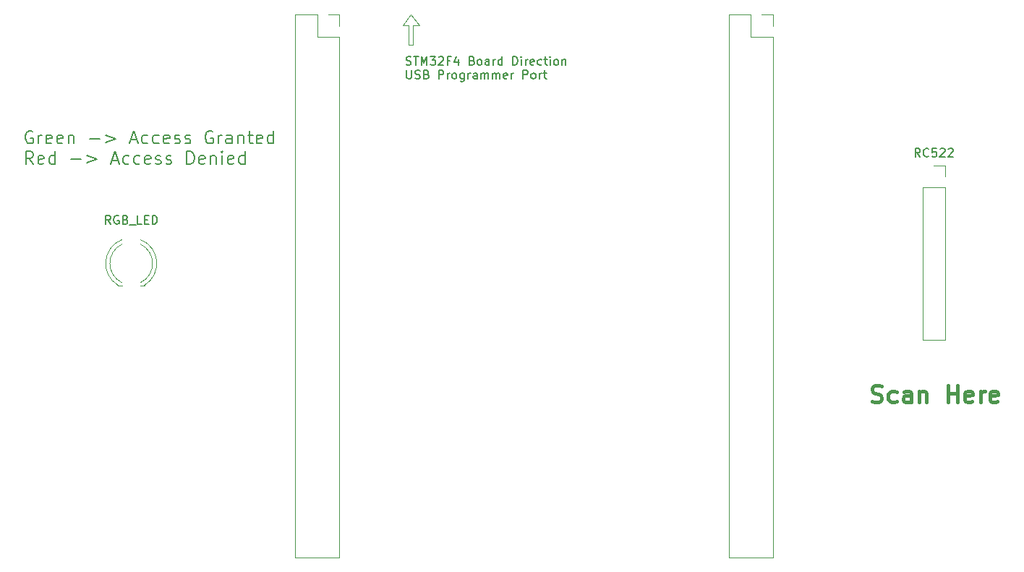
<source format=gbr>
%TF.GenerationSoftware,KiCad,Pcbnew,7.0.2*%
%TF.CreationDate,2023-05-29T15:59:34-06:00*%
%TF.ProjectId,PCB_Design,5043425f-4465-4736-9967-6e2e6b696361,rev?*%
%TF.SameCoordinates,Original*%
%TF.FileFunction,Legend,Top*%
%TF.FilePolarity,Positive*%
%FSLAX46Y46*%
G04 Gerber Fmt 4.6, Leading zero omitted, Abs format (unit mm)*
G04 Created by KiCad (PCBNEW 7.0.2) date 2023-05-29 15:59:34*
%MOMM*%
%LPD*%
G01*
G04 APERTURE LIST*
%ADD10C,0.120000*%
%ADD11C,0.150000*%
%ADD12C,0.400000*%
%ADD13C,0.187500*%
G04 APERTURE END LIST*
D10*
X120134600Y-41970600D02*
X119384600Y-41970600D01*
X121384600Y-41970600D02*
X120384600Y-40720600D01*
X121384600Y-41970600D02*
X120634600Y-41970600D01*
X120134600Y-44220600D02*
X120634600Y-44220600D01*
X120634600Y-44220600D02*
X120634600Y-41970600D01*
X120134600Y-41970600D02*
X120134600Y-44220600D01*
X120384600Y-40720600D02*
X119384600Y-41970600D01*
D11*
X119825076Y-46575600D02*
X119967933Y-46623219D01*
X119967933Y-46623219D02*
X120206028Y-46623219D01*
X120206028Y-46623219D02*
X120301266Y-46575600D01*
X120301266Y-46575600D02*
X120348885Y-46527980D01*
X120348885Y-46527980D02*
X120396504Y-46432742D01*
X120396504Y-46432742D02*
X120396504Y-46337504D01*
X120396504Y-46337504D02*
X120348885Y-46242266D01*
X120348885Y-46242266D02*
X120301266Y-46194647D01*
X120301266Y-46194647D02*
X120206028Y-46147028D01*
X120206028Y-46147028D02*
X120015552Y-46099409D01*
X120015552Y-46099409D02*
X119920314Y-46051790D01*
X119920314Y-46051790D02*
X119872695Y-46004171D01*
X119872695Y-46004171D02*
X119825076Y-45908933D01*
X119825076Y-45908933D02*
X119825076Y-45813695D01*
X119825076Y-45813695D02*
X119872695Y-45718457D01*
X119872695Y-45718457D02*
X119920314Y-45670838D01*
X119920314Y-45670838D02*
X120015552Y-45623219D01*
X120015552Y-45623219D02*
X120253647Y-45623219D01*
X120253647Y-45623219D02*
X120396504Y-45670838D01*
X120682219Y-45623219D02*
X121253647Y-45623219D01*
X120967933Y-46623219D02*
X120967933Y-45623219D01*
X121586981Y-46623219D02*
X121586981Y-45623219D01*
X121586981Y-45623219D02*
X121920314Y-46337504D01*
X121920314Y-46337504D02*
X122253647Y-45623219D01*
X122253647Y-45623219D02*
X122253647Y-46623219D01*
X122634600Y-45623219D02*
X123253647Y-45623219D01*
X123253647Y-45623219D02*
X122920314Y-46004171D01*
X122920314Y-46004171D02*
X123063171Y-46004171D01*
X123063171Y-46004171D02*
X123158409Y-46051790D01*
X123158409Y-46051790D02*
X123206028Y-46099409D01*
X123206028Y-46099409D02*
X123253647Y-46194647D01*
X123253647Y-46194647D02*
X123253647Y-46432742D01*
X123253647Y-46432742D02*
X123206028Y-46527980D01*
X123206028Y-46527980D02*
X123158409Y-46575600D01*
X123158409Y-46575600D02*
X123063171Y-46623219D01*
X123063171Y-46623219D02*
X122777457Y-46623219D01*
X122777457Y-46623219D02*
X122682219Y-46575600D01*
X122682219Y-46575600D02*
X122634600Y-46527980D01*
X123634600Y-45718457D02*
X123682219Y-45670838D01*
X123682219Y-45670838D02*
X123777457Y-45623219D01*
X123777457Y-45623219D02*
X124015552Y-45623219D01*
X124015552Y-45623219D02*
X124110790Y-45670838D01*
X124110790Y-45670838D02*
X124158409Y-45718457D01*
X124158409Y-45718457D02*
X124206028Y-45813695D01*
X124206028Y-45813695D02*
X124206028Y-45908933D01*
X124206028Y-45908933D02*
X124158409Y-46051790D01*
X124158409Y-46051790D02*
X123586981Y-46623219D01*
X123586981Y-46623219D02*
X124206028Y-46623219D01*
X124967933Y-46099409D02*
X124634600Y-46099409D01*
X124634600Y-46623219D02*
X124634600Y-45623219D01*
X124634600Y-45623219D02*
X125110790Y-45623219D01*
X125920314Y-45956552D02*
X125920314Y-46623219D01*
X125682219Y-45575600D02*
X125444124Y-46289885D01*
X125444124Y-46289885D02*
X126063171Y-46289885D01*
X127539362Y-46099409D02*
X127682219Y-46147028D01*
X127682219Y-46147028D02*
X127729838Y-46194647D01*
X127729838Y-46194647D02*
X127777457Y-46289885D01*
X127777457Y-46289885D02*
X127777457Y-46432742D01*
X127777457Y-46432742D02*
X127729838Y-46527980D01*
X127729838Y-46527980D02*
X127682219Y-46575600D01*
X127682219Y-46575600D02*
X127586981Y-46623219D01*
X127586981Y-46623219D02*
X127206029Y-46623219D01*
X127206029Y-46623219D02*
X127206029Y-45623219D01*
X127206029Y-45623219D02*
X127539362Y-45623219D01*
X127539362Y-45623219D02*
X127634600Y-45670838D01*
X127634600Y-45670838D02*
X127682219Y-45718457D01*
X127682219Y-45718457D02*
X127729838Y-45813695D01*
X127729838Y-45813695D02*
X127729838Y-45908933D01*
X127729838Y-45908933D02*
X127682219Y-46004171D01*
X127682219Y-46004171D02*
X127634600Y-46051790D01*
X127634600Y-46051790D02*
X127539362Y-46099409D01*
X127539362Y-46099409D02*
X127206029Y-46099409D01*
X128348886Y-46623219D02*
X128253648Y-46575600D01*
X128253648Y-46575600D02*
X128206029Y-46527980D01*
X128206029Y-46527980D02*
X128158410Y-46432742D01*
X128158410Y-46432742D02*
X128158410Y-46147028D01*
X128158410Y-46147028D02*
X128206029Y-46051790D01*
X128206029Y-46051790D02*
X128253648Y-46004171D01*
X128253648Y-46004171D02*
X128348886Y-45956552D01*
X128348886Y-45956552D02*
X128491743Y-45956552D01*
X128491743Y-45956552D02*
X128586981Y-46004171D01*
X128586981Y-46004171D02*
X128634600Y-46051790D01*
X128634600Y-46051790D02*
X128682219Y-46147028D01*
X128682219Y-46147028D02*
X128682219Y-46432742D01*
X128682219Y-46432742D02*
X128634600Y-46527980D01*
X128634600Y-46527980D02*
X128586981Y-46575600D01*
X128586981Y-46575600D02*
X128491743Y-46623219D01*
X128491743Y-46623219D02*
X128348886Y-46623219D01*
X129539362Y-46623219D02*
X129539362Y-46099409D01*
X129539362Y-46099409D02*
X129491743Y-46004171D01*
X129491743Y-46004171D02*
X129396505Y-45956552D01*
X129396505Y-45956552D02*
X129206029Y-45956552D01*
X129206029Y-45956552D02*
X129110791Y-46004171D01*
X129539362Y-46575600D02*
X129444124Y-46623219D01*
X129444124Y-46623219D02*
X129206029Y-46623219D01*
X129206029Y-46623219D02*
X129110791Y-46575600D01*
X129110791Y-46575600D02*
X129063172Y-46480361D01*
X129063172Y-46480361D02*
X129063172Y-46385123D01*
X129063172Y-46385123D02*
X129110791Y-46289885D01*
X129110791Y-46289885D02*
X129206029Y-46242266D01*
X129206029Y-46242266D02*
X129444124Y-46242266D01*
X129444124Y-46242266D02*
X129539362Y-46194647D01*
X130015553Y-46623219D02*
X130015553Y-45956552D01*
X130015553Y-46147028D02*
X130063172Y-46051790D01*
X130063172Y-46051790D02*
X130110791Y-46004171D01*
X130110791Y-46004171D02*
X130206029Y-45956552D01*
X130206029Y-45956552D02*
X130301267Y-45956552D01*
X131063172Y-46623219D02*
X131063172Y-45623219D01*
X131063172Y-46575600D02*
X130967934Y-46623219D01*
X130967934Y-46623219D02*
X130777458Y-46623219D01*
X130777458Y-46623219D02*
X130682220Y-46575600D01*
X130682220Y-46575600D02*
X130634601Y-46527980D01*
X130634601Y-46527980D02*
X130586982Y-46432742D01*
X130586982Y-46432742D02*
X130586982Y-46147028D01*
X130586982Y-46147028D02*
X130634601Y-46051790D01*
X130634601Y-46051790D02*
X130682220Y-46004171D01*
X130682220Y-46004171D02*
X130777458Y-45956552D01*
X130777458Y-45956552D02*
X130967934Y-45956552D01*
X130967934Y-45956552D02*
X131063172Y-46004171D01*
X132301268Y-46623219D02*
X132301268Y-45623219D01*
X132301268Y-45623219D02*
X132539363Y-45623219D01*
X132539363Y-45623219D02*
X132682220Y-45670838D01*
X132682220Y-45670838D02*
X132777458Y-45766076D01*
X132777458Y-45766076D02*
X132825077Y-45861314D01*
X132825077Y-45861314D02*
X132872696Y-46051790D01*
X132872696Y-46051790D02*
X132872696Y-46194647D01*
X132872696Y-46194647D02*
X132825077Y-46385123D01*
X132825077Y-46385123D02*
X132777458Y-46480361D01*
X132777458Y-46480361D02*
X132682220Y-46575600D01*
X132682220Y-46575600D02*
X132539363Y-46623219D01*
X132539363Y-46623219D02*
X132301268Y-46623219D01*
X133301268Y-46623219D02*
X133301268Y-45956552D01*
X133301268Y-45623219D02*
X133253649Y-45670838D01*
X133253649Y-45670838D02*
X133301268Y-45718457D01*
X133301268Y-45718457D02*
X133348887Y-45670838D01*
X133348887Y-45670838D02*
X133301268Y-45623219D01*
X133301268Y-45623219D02*
X133301268Y-45718457D01*
X133777458Y-46623219D02*
X133777458Y-45956552D01*
X133777458Y-46147028D02*
X133825077Y-46051790D01*
X133825077Y-46051790D02*
X133872696Y-46004171D01*
X133872696Y-46004171D02*
X133967934Y-45956552D01*
X133967934Y-45956552D02*
X134063172Y-45956552D01*
X134777458Y-46575600D02*
X134682220Y-46623219D01*
X134682220Y-46623219D02*
X134491744Y-46623219D01*
X134491744Y-46623219D02*
X134396506Y-46575600D01*
X134396506Y-46575600D02*
X134348887Y-46480361D01*
X134348887Y-46480361D02*
X134348887Y-46099409D01*
X134348887Y-46099409D02*
X134396506Y-46004171D01*
X134396506Y-46004171D02*
X134491744Y-45956552D01*
X134491744Y-45956552D02*
X134682220Y-45956552D01*
X134682220Y-45956552D02*
X134777458Y-46004171D01*
X134777458Y-46004171D02*
X134825077Y-46099409D01*
X134825077Y-46099409D02*
X134825077Y-46194647D01*
X134825077Y-46194647D02*
X134348887Y-46289885D01*
X135682220Y-46575600D02*
X135586982Y-46623219D01*
X135586982Y-46623219D02*
X135396506Y-46623219D01*
X135396506Y-46623219D02*
X135301268Y-46575600D01*
X135301268Y-46575600D02*
X135253649Y-46527980D01*
X135253649Y-46527980D02*
X135206030Y-46432742D01*
X135206030Y-46432742D02*
X135206030Y-46147028D01*
X135206030Y-46147028D02*
X135253649Y-46051790D01*
X135253649Y-46051790D02*
X135301268Y-46004171D01*
X135301268Y-46004171D02*
X135396506Y-45956552D01*
X135396506Y-45956552D02*
X135586982Y-45956552D01*
X135586982Y-45956552D02*
X135682220Y-46004171D01*
X135967935Y-45956552D02*
X136348887Y-45956552D01*
X136110792Y-45623219D02*
X136110792Y-46480361D01*
X136110792Y-46480361D02*
X136158411Y-46575600D01*
X136158411Y-46575600D02*
X136253649Y-46623219D01*
X136253649Y-46623219D02*
X136348887Y-46623219D01*
X136682221Y-46623219D02*
X136682221Y-45956552D01*
X136682221Y-45623219D02*
X136634602Y-45670838D01*
X136634602Y-45670838D02*
X136682221Y-45718457D01*
X136682221Y-45718457D02*
X136729840Y-45670838D01*
X136729840Y-45670838D02*
X136682221Y-45623219D01*
X136682221Y-45623219D02*
X136682221Y-45718457D01*
X137301268Y-46623219D02*
X137206030Y-46575600D01*
X137206030Y-46575600D02*
X137158411Y-46527980D01*
X137158411Y-46527980D02*
X137110792Y-46432742D01*
X137110792Y-46432742D02*
X137110792Y-46147028D01*
X137110792Y-46147028D02*
X137158411Y-46051790D01*
X137158411Y-46051790D02*
X137206030Y-46004171D01*
X137206030Y-46004171D02*
X137301268Y-45956552D01*
X137301268Y-45956552D02*
X137444125Y-45956552D01*
X137444125Y-45956552D02*
X137539363Y-46004171D01*
X137539363Y-46004171D02*
X137586982Y-46051790D01*
X137586982Y-46051790D02*
X137634601Y-46147028D01*
X137634601Y-46147028D02*
X137634601Y-46432742D01*
X137634601Y-46432742D02*
X137586982Y-46527980D01*
X137586982Y-46527980D02*
X137539363Y-46575600D01*
X137539363Y-46575600D02*
X137444125Y-46623219D01*
X137444125Y-46623219D02*
X137301268Y-46623219D01*
X138063173Y-45956552D02*
X138063173Y-46623219D01*
X138063173Y-46051790D02*
X138110792Y-46004171D01*
X138110792Y-46004171D02*
X138206030Y-45956552D01*
X138206030Y-45956552D02*
X138348887Y-45956552D01*
X138348887Y-45956552D02*
X138444125Y-46004171D01*
X138444125Y-46004171D02*
X138491744Y-46099409D01*
X138491744Y-46099409D02*
X138491744Y-46623219D01*
X119872695Y-47243219D02*
X119872695Y-48052742D01*
X119872695Y-48052742D02*
X119920314Y-48147980D01*
X119920314Y-48147980D02*
X119967933Y-48195600D01*
X119967933Y-48195600D02*
X120063171Y-48243219D01*
X120063171Y-48243219D02*
X120253647Y-48243219D01*
X120253647Y-48243219D02*
X120348885Y-48195600D01*
X120348885Y-48195600D02*
X120396504Y-48147980D01*
X120396504Y-48147980D02*
X120444123Y-48052742D01*
X120444123Y-48052742D02*
X120444123Y-47243219D01*
X120872695Y-48195600D02*
X121015552Y-48243219D01*
X121015552Y-48243219D02*
X121253647Y-48243219D01*
X121253647Y-48243219D02*
X121348885Y-48195600D01*
X121348885Y-48195600D02*
X121396504Y-48147980D01*
X121396504Y-48147980D02*
X121444123Y-48052742D01*
X121444123Y-48052742D02*
X121444123Y-47957504D01*
X121444123Y-47957504D02*
X121396504Y-47862266D01*
X121396504Y-47862266D02*
X121348885Y-47814647D01*
X121348885Y-47814647D02*
X121253647Y-47767028D01*
X121253647Y-47767028D02*
X121063171Y-47719409D01*
X121063171Y-47719409D02*
X120967933Y-47671790D01*
X120967933Y-47671790D02*
X120920314Y-47624171D01*
X120920314Y-47624171D02*
X120872695Y-47528933D01*
X120872695Y-47528933D02*
X120872695Y-47433695D01*
X120872695Y-47433695D02*
X120920314Y-47338457D01*
X120920314Y-47338457D02*
X120967933Y-47290838D01*
X120967933Y-47290838D02*
X121063171Y-47243219D01*
X121063171Y-47243219D02*
X121301266Y-47243219D01*
X121301266Y-47243219D02*
X121444123Y-47290838D01*
X122206028Y-47719409D02*
X122348885Y-47767028D01*
X122348885Y-47767028D02*
X122396504Y-47814647D01*
X122396504Y-47814647D02*
X122444123Y-47909885D01*
X122444123Y-47909885D02*
X122444123Y-48052742D01*
X122444123Y-48052742D02*
X122396504Y-48147980D01*
X122396504Y-48147980D02*
X122348885Y-48195600D01*
X122348885Y-48195600D02*
X122253647Y-48243219D01*
X122253647Y-48243219D02*
X121872695Y-48243219D01*
X121872695Y-48243219D02*
X121872695Y-47243219D01*
X121872695Y-47243219D02*
X122206028Y-47243219D01*
X122206028Y-47243219D02*
X122301266Y-47290838D01*
X122301266Y-47290838D02*
X122348885Y-47338457D01*
X122348885Y-47338457D02*
X122396504Y-47433695D01*
X122396504Y-47433695D02*
X122396504Y-47528933D01*
X122396504Y-47528933D02*
X122348885Y-47624171D01*
X122348885Y-47624171D02*
X122301266Y-47671790D01*
X122301266Y-47671790D02*
X122206028Y-47719409D01*
X122206028Y-47719409D02*
X121872695Y-47719409D01*
X123634600Y-48243219D02*
X123634600Y-47243219D01*
X123634600Y-47243219D02*
X124015552Y-47243219D01*
X124015552Y-47243219D02*
X124110790Y-47290838D01*
X124110790Y-47290838D02*
X124158409Y-47338457D01*
X124158409Y-47338457D02*
X124206028Y-47433695D01*
X124206028Y-47433695D02*
X124206028Y-47576552D01*
X124206028Y-47576552D02*
X124158409Y-47671790D01*
X124158409Y-47671790D02*
X124110790Y-47719409D01*
X124110790Y-47719409D02*
X124015552Y-47767028D01*
X124015552Y-47767028D02*
X123634600Y-47767028D01*
X124634600Y-48243219D02*
X124634600Y-47576552D01*
X124634600Y-47767028D02*
X124682219Y-47671790D01*
X124682219Y-47671790D02*
X124729838Y-47624171D01*
X124729838Y-47624171D02*
X124825076Y-47576552D01*
X124825076Y-47576552D02*
X124920314Y-47576552D01*
X125396505Y-48243219D02*
X125301267Y-48195600D01*
X125301267Y-48195600D02*
X125253648Y-48147980D01*
X125253648Y-48147980D02*
X125206029Y-48052742D01*
X125206029Y-48052742D02*
X125206029Y-47767028D01*
X125206029Y-47767028D02*
X125253648Y-47671790D01*
X125253648Y-47671790D02*
X125301267Y-47624171D01*
X125301267Y-47624171D02*
X125396505Y-47576552D01*
X125396505Y-47576552D02*
X125539362Y-47576552D01*
X125539362Y-47576552D02*
X125634600Y-47624171D01*
X125634600Y-47624171D02*
X125682219Y-47671790D01*
X125682219Y-47671790D02*
X125729838Y-47767028D01*
X125729838Y-47767028D02*
X125729838Y-48052742D01*
X125729838Y-48052742D02*
X125682219Y-48147980D01*
X125682219Y-48147980D02*
X125634600Y-48195600D01*
X125634600Y-48195600D02*
X125539362Y-48243219D01*
X125539362Y-48243219D02*
X125396505Y-48243219D01*
X126586981Y-47576552D02*
X126586981Y-48386076D01*
X126586981Y-48386076D02*
X126539362Y-48481314D01*
X126539362Y-48481314D02*
X126491743Y-48528933D01*
X126491743Y-48528933D02*
X126396505Y-48576552D01*
X126396505Y-48576552D02*
X126253648Y-48576552D01*
X126253648Y-48576552D02*
X126158410Y-48528933D01*
X126586981Y-48195600D02*
X126491743Y-48243219D01*
X126491743Y-48243219D02*
X126301267Y-48243219D01*
X126301267Y-48243219D02*
X126206029Y-48195600D01*
X126206029Y-48195600D02*
X126158410Y-48147980D01*
X126158410Y-48147980D02*
X126110791Y-48052742D01*
X126110791Y-48052742D02*
X126110791Y-47767028D01*
X126110791Y-47767028D02*
X126158410Y-47671790D01*
X126158410Y-47671790D02*
X126206029Y-47624171D01*
X126206029Y-47624171D02*
X126301267Y-47576552D01*
X126301267Y-47576552D02*
X126491743Y-47576552D01*
X126491743Y-47576552D02*
X126586981Y-47624171D01*
X127063172Y-48243219D02*
X127063172Y-47576552D01*
X127063172Y-47767028D02*
X127110791Y-47671790D01*
X127110791Y-47671790D02*
X127158410Y-47624171D01*
X127158410Y-47624171D02*
X127253648Y-47576552D01*
X127253648Y-47576552D02*
X127348886Y-47576552D01*
X128110791Y-48243219D02*
X128110791Y-47719409D01*
X128110791Y-47719409D02*
X128063172Y-47624171D01*
X128063172Y-47624171D02*
X127967934Y-47576552D01*
X127967934Y-47576552D02*
X127777458Y-47576552D01*
X127777458Y-47576552D02*
X127682220Y-47624171D01*
X128110791Y-48195600D02*
X128015553Y-48243219D01*
X128015553Y-48243219D02*
X127777458Y-48243219D01*
X127777458Y-48243219D02*
X127682220Y-48195600D01*
X127682220Y-48195600D02*
X127634601Y-48100361D01*
X127634601Y-48100361D02*
X127634601Y-48005123D01*
X127634601Y-48005123D02*
X127682220Y-47909885D01*
X127682220Y-47909885D02*
X127777458Y-47862266D01*
X127777458Y-47862266D02*
X128015553Y-47862266D01*
X128015553Y-47862266D02*
X128110791Y-47814647D01*
X128586982Y-48243219D02*
X128586982Y-47576552D01*
X128586982Y-47671790D02*
X128634601Y-47624171D01*
X128634601Y-47624171D02*
X128729839Y-47576552D01*
X128729839Y-47576552D02*
X128872696Y-47576552D01*
X128872696Y-47576552D02*
X128967934Y-47624171D01*
X128967934Y-47624171D02*
X129015553Y-47719409D01*
X129015553Y-47719409D02*
X129015553Y-48243219D01*
X129015553Y-47719409D02*
X129063172Y-47624171D01*
X129063172Y-47624171D02*
X129158410Y-47576552D01*
X129158410Y-47576552D02*
X129301267Y-47576552D01*
X129301267Y-47576552D02*
X129396506Y-47624171D01*
X129396506Y-47624171D02*
X129444125Y-47719409D01*
X129444125Y-47719409D02*
X129444125Y-48243219D01*
X129920315Y-48243219D02*
X129920315Y-47576552D01*
X129920315Y-47671790D02*
X129967934Y-47624171D01*
X129967934Y-47624171D02*
X130063172Y-47576552D01*
X130063172Y-47576552D02*
X130206029Y-47576552D01*
X130206029Y-47576552D02*
X130301267Y-47624171D01*
X130301267Y-47624171D02*
X130348886Y-47719409D01*
X130348886Y-47719409D02*
X130348886Y-48243219D01*
X130348886Y-47719409D02*
X130396505Y-47624171D01*
X130396505Y-47624171D02*
X130491743Y-47576552D01*
X130491743Y-47576552D02*
X130634600Y-47576552D01*
X130634600Y-47576552D02*
X130729839Y-47624171D01*
X130729839Y-47624171D02*
X130777458Y-47719409D01*
X130777458Y-47719409D02*
X130777458Y-48243219D01*
X131634600Y-48195600D02*
X131539362Y-48243219D01*
X131539362Y-48243219D02*
X131348886Y-48243219D01*
X131348886Y-48243219D02*
X131253648Y-48195600D01*
X131253648Y-48195600D02*
X131206029Y-48100361D01*
X131206029Y-48100361D02*
X131206029Y-47719409D01*
X131206029Y-47719409D02*
X131253648Y-47624171D01*
X131253648Y-47624171D02*
X131348886Y-47576552D01*
X131348886Y-47576552D02*
X131539362Y-47576552D01*
X131539362Y-47576552D02*
X131634600Y-47624171D01*
X131634600Y-47624171D02*
X131682219Y-47719409D01*
X131682219Y-47719409D02*
X131682219Y-47814647D01*
X131682219Y-47814647D02*
X131206029Y-47909885D01*
X132110791Y-48243219D02*
X132110791Y-47576552D01*
X132110791Y-47767028D02*
X132158410Y-47671790D01*
X132158410Y-47671790D02*
X132206029Y-47624171D01*
X132206029Y-47624171D02*
X132301267Y-47576552D01*
X132301267Y-47576552D02*
X132396505Y-47576552D01*
X133491744Y-48243219D02*
X133491744Y-47243219D01*
X133491744Y-47243219D02*
X133872696Y-47243219D01*
X133872696Y-47243219D02*
X133967934Y-47290838D01*
X133967934Y-47290838D02*
X134015553Y-47338457D01*
X134015553Y-47338457D02*
X134063172Y-47433695D01*
X134063172Y-47433695D02*
X134063172Y-47576552D01*
X134063172Y-47576552D02*
X134015553Y-47671790D01*
X134015553Y-47671790D02*
X133967934Y-47719409D01*
X133967934Y-47719409D02*
X133872696Y-47767028D01*
X133872696Y-47767028D02*
X133491744Y-47767028D01*
X134634601Y-48243219D02*
X134539363Y-48195600D01*
X134539363Y-48195600D02*
X134491744Y-48147980D01*
X134491744Y-48147980D02*
X134444125Y-48052742D01*
X134444125Y-48052742D02*
X134444125Y-47767028D01*
X134444125Y-47767028D02*
X134491744Y-47671790D01*
X134491744Y-47671790D02*
X134539363Y-47624171D01*
X134539363Y-47624171D02*
X134634601Y-47576552D01*
X134634601Y-47576552D02*
X134777458Y-47576552D01*
X134777458Y-47576552D02*
X134872696Y-47624171D01*
X134872696Y-47624171D02*
X134920315Y-47671790D01*
X134920315Y-47671790D02*
X134967934Y-47767028D01*
X134967934Y-47767028D02*
X134967934Y-48052742D01*
X134967934Y-48052742D02*
X134920315Y-48147980D01*
X134920315Y-48147980D02*
X134872696Y-48195600D01*
X134872696Y-48195600D02*
X134777458Y-48243219D01*
X134777458Y-48243219D02*
X134634601Y-48243219D01*
X135396506Y-48243219D02*
X135396506Y-47576552D01*
X135396506Y-47767028D02*
X135444125Y-47671790D01*
X135444125Y-47671790D02*
X135491744Y-47624171D01*
X135491744Y-47624171D02*
X135586982Y-47576552D01*
X135586982Y-47576552D02*
X135682220Y-47576552D01*
X135872697Y-47576552D02*
X136253649Y-47576552D01*
X136015554Y-47243219D02*
X136015554Y-48100361D01*
X136015554Y-48100361D02*
X136063173Y-48195600D01*
X136063173Y-48195600D02*
X136158411Y-48243219D01*
X136158411Y-48243219D02*
X136253649Y-48243219D01*
D12*
X174370952Y-86020000D02*
X174656666Y-86115238D01*
X174656666Y-86115238D02*
X175132857Y-86115238D01*
X175132857Y-86115238D02*
X175323333Y-86020000D01*
X175323333Y-86020000D02*
X175418571Y-85924761D01*
X175418571Y-85924761D02*
X175513809Y-85734285D01*
X175513809Y-85734285D02*
X175513809Y-85543809D01*
X175513809Y-85543809D02*
X175418571Y-85353333D01*
X175418571Y-85353333D02*
X175323333Y-85258095D01*
X175323333Y-85258095D02*
X175132857Y-85162857D01*
X175132857Y-85162857D02*
X174751904Y-85067619D01*
X174751904Y-85067619D02*
X174561428Y-84972380D01*
X174561428Y-84972380D02*
X174466190Y-84877142D01*
X174466190Y-84877142D02*
X174370952Y-84686666D01*
X174370952Y-84686666D02*
X174370952Y-84496190D01*
X174370952Y-84496190D02*
X174466190Y-84305714D01*
X174466190Y-84305714D02*
X174561428Y-84210476D01*
X174561428Y-84210476D02*
X174751904Y-84115238D01*
X174751904Y-84115238D02*
X175228095Y-84115238D01*
X175228095Y-84115238D02*
X175513809Y-84210476D01*
X177228095Y-86020000D02*
X177037619Y-86115238D01*
X177037619Y-86115238D02*
X176656666Y-86115238D01*
X176656666Y-86115238D02*
X176466190Y-86020000D01*
X176466190Y-86020000D02*
X176370952Y-85924761D01*
X176370952Y-85924761D02*
X176275714Y-85734285D01*
X176275714Y-85734285D02*
X176275714Y-85162857D01*
X176275714Y-85162857D02*
X176370952Y-84972380D01*
X176370952Y-84972380D02*
X176466190Y-84877142D01*
X176466190Y-84877142D02*
X176656666Y-84781904D01*
X176656666Y-84781904D02*
X177037619Y-84781904D01*
X177037619Y-84781904D02*
X177228095Y-84877142D01*
X178942381Y-86115238D02*
X178942381Y-85067619D01*
X178942381Y-85067619D02*
X178847143Y-84877142D01*
X178847143Y-84877142D02*
X178656667Y-84781904D01*
X178656667Y-84781904D02*
X178275714Y-84781904D01*
X178275714Y-84781904D02*
X178085238Y-84877142D01*
X178942381Y-86020000D02*
X178751905Y-86115238D01*
X178751905Y-86115238D02*
X178275714Y-86115238D01*
X178275714Y-86115238D02*
X178085238Y-86020000D01*
X178085238Y-86020000D02*
X177990000Y-85829523D01*
X177990000Y-85829523D02*
X177990000Y-85639047D01*
X177990000Y-85639047D02*
X178085238Y-85448571D01*
X178085238Y-85448571D02*
X178275714Y-85353333D01*
X178275714Y-85353333D02*
X178751905Y-85353333D01*
X178751905Y-85353333D02*
X178942381Y-85258095D01*
X179894762Y-84781904D02*
X179894762Y-86115238D01*
X179894762Y-84972380D02*
X179990000Y-84877142D01*
X179990000Y-84877142D02*
X180180476Y-84781904D01*
X180180476Y-84781904D02*
X180466191Y-84781904D01*
X180466191Y-84781904D02*
X180656667Y-84877142D01*
X180656667Y-84877142D02*
X180751905Y-85067619D01*
X180751905Y-85067619D02*
X180751905Y-86115238D01*
X183228096Y-86115238D02*
X183228096Y-84115238D01*
X183228096Y-85067619D02*
X184370953Y-85067619D01*
X184370953Y-86115238D02*
X184370953Y-84115238D01*
X186085239Y-86020000D02*
X185894763Y-86115238D01*
X185894763Y-86115238D02*
X185513810Y-86115238D01*
X185513810Y-86115238D02*
X185323334Y-86020000D01*
X185323334Y-86020000D02*
X185228096Y-85829523D01*
X185228096Y-85829523D02*
X185228096Y-85067619D01*
X185228096Y-85067619D02*
X185323334Y-84877142D01*
X185323334Y-84877142D02*
X185513810Y-84781904D01*
X185513810Y-84781904D02*
X185894763Y-84781904D01*
X185894763Y-84781904D02*
X186085239Y-84877142D01*
X186085239Y-84877142D02*
X186180477Y-85067619D01*
X186180477Y-85067619D02*
X186180477Y-85258095D01*
X186180477Y-85258095D02*
X185228096Y-85448571D01*
X187037620Y-86115238D02*
X187037620Y-84781904D01*
X187037620Y-85162857D02*
X187132858Y-84972380D01*
X187132858Y-84972380D02*
X187228096Y-84877142D01*
X187228096Y-84877142D02*
X187418572Y-84781904D01*
X187418572Y-84781904D02*
X187609049Y-84781904D01*
X189037620Y-86020000D02*
X188847144Y-86115238D01*
X188847144Y-86115238D02*
X188466191Y-86115238D01*
X188466191Y-86115238D02*
X188275715Y-86020000D01*
X188275715Y-86020000D02*
X188180477Y-85829523D01*
X188180477Y-85829523D02*
X188180477Y-85067619D01*
X188180477Y-85067619D02*
X188275715Y-84877142D01*
X188275715Y-84877142D02*
X188466191Y-84781904D01*
X188466191Y-84781904D02*
X188847144Y-84781904D01*
X188847144Y-84781904D02*
X189037620Y-84877142D01*
X189037620Y-84877142D02*
X189132858Y-85067619D01*
X189132858Y-85067619D02*
X189132858Y-85258095D01*
X189132858Y-85258095D02*
X188180477Y-85448571D01*
D13*
X76072857Y-54377857D02*
X75930000Y-54306428D01*
X75930000Y-54306428D02*
X75715714Y-54306428D01*
X75715714Y-54306428D02*
X75501428Y-54377857D01*
X75501428Y-54377857D02*
X75358571Y-54520714D01*
X75358571Y-54520714D02*
X75287142Y-54663571D01*
X75287142Y-54663571D02*
X75215714Y-54949285D01*
X75215714Y-54949285D02*
X75215714Y-55163571D01*
X75215714Y-55163571D02*
X75287142Y-55449285D01*
X75287142Y-55449285D02*
X75358571Y-55592142D01*
X75358571Y-55592142D02*
X75501428Y-55735000D01*
X75501428Y-55735000D02*
X75715714Y-55806428D01*
X75715714Y-55806428D02*
X75858571Y-55806428D01*
X75858571Y-55806428D02*
X76072857Y-55735000D01*
X76072857Y-55735000D02*
X76144285Y-55663571D01*
X76144285Y-55663571D02*
X76144285Y-55163571D01*
X76144285Y-55163571D02*
X75858571Y-55163571D01*
X76787142Y-55806428D02*
X76787142Y-54806428D01*
X76787142Y-55092142D02*
X76858571Y-54949285D01*
X76858571Y-54949285D02*
X76930000Y-54877857D01*
X76930000Y-54877857D02*
X77072857Y-54806428D01*
X77072857Y-54806428D02*
X77215714Y-54806428D01*
X78287142Y-55735000D02*
X78144285Y-55806428D01*
X78144285Y-55806428D02*
X77858571Y-55806428D01*
X77858571Y-55806428D02*
X77715713Y-55735000D01*
X77715713Y-55735000D02*
X77644285Y-55592142D01*
X77644285Y-55592142D02*
X77644285Y-55020714D01*
X77644285Y-55020714D02*
X77715713Y-54877857D01*
X77715713Y-54877857D02*
X77858571Y-54806428D01*
X77858571Y-54806428D02*
X78144285Y-54806428D01*
X78144285Y-54806428D02*
X78287142Y-54877857D01*
X78287142Y-54877857D02*
X78358571Y-55020714D01*
X78358571Y-55020714D02*
X78358571Y-55163571D01*
X78358571Y-55163571D02*
X77644285Y-55306428D01*
X79572856Y-55735000D02*
X79429999Y-55806428D01*
X79429999Y-55806428D02*
X79144285Y-55806428D01*
X79144285Y-55806428D02*
X79001427Y-55735000D01*
X79001427Y-55735000D02*
X78929999Y-55592142D01*
X78929999Y-55592142D02*
X78929999Y-55020714D01*
X78929999Y-55020714D02*
X79001427Y-54877857D01*
X79001427Y-54877857D02*
X79144285Y-54806428D01*
X79144285Y-54806428D02*
X79429999Y-54806428D01*
X79429999Y-54806428D02*
X79572856Y-54877857D01*
X79572856Y-54877857D02*
X79644285Y-55020714D01*
X79644285Y-55020714D02*
X79644285Y-55163571D01*
X79644285Y-55163571D02*
X78929999Y-55306428D01*
X80287141Y-54806428D02*
X80287141Y-55806428D01*
X80287141Y-54949285D02*
X80358570Y-54877857D01*
X80358570Y-54877857D02*
X80501427Y-54806428D01*
X80501427Y-54806428D02*
X80715713Y-54806428D01*
X80715713Y-54806428D02*
X80858570Y-54877857D01*
X80858570Y-54877857D02*
X80929999Y-55020714D01*
X80929999Y-55020714D02*
X80929999Y-55806428D01*
X82787141Y-55235000D02*
X83929999Y-55235000D01*
X84644284Y-54806428D02*
X85787142Y-55235000D01*
X85787142Y-55235000D02*
X84644284Y-55663571D01*
X87572856Y-55377857D02*
X88287142Y-55377857D01*
X87429999Y-55806428D02*
X87929999Y-54306428D01*
X87929999Y-54306428D02*
X88429999Y-55806428D01*
X89572856Y-55735000D02*
X89429998Y-55806428D01*
X89429998Y-55806428D02*
X89144284Y-55806428D01*
X89144284Y-55806428D02*
X89001427Y-55735000D01*
X89001427Y-55735000D02*
X88929998Y-55663571D01*
X88929998Y-55663571D02*
X88858570Y-55520714D01*
X88858570Y-55520714D02*
X88858570Y-55092142D01*
X88858570Y-55092142D02*
X88929998Y-54949285D01*
X88929998Y-54949285D02*
X89001427Y-54877857D01*
X89001427Y-54877857D02*
X89144284Y-54806428D01*
X89144284Y-54806428D02*
X89429998Y-54806428D01*
X89429998Y-54806428D02*
X89572856Y-54877857D01*
X90858570Y-55735000D02*
X90715712Y-55806428D01*
X90715712Y-55806428D02*
X90429998Y-55806428D01*
X90429998Y-55806428D02*
X90287141Y-55735000D01*
X90287141Y-55735000D02*
X90215712Y-55663571D01*
X90215712Y-55663571D02*
X90144284Y-55520714D01*
X90144284Y-55520714D02*
X90144284Y-55092142D01*
X90144284Y-55092142D02*
X90215712Y-54949285D01*
X90215712Y-54949285D02*
X90287141Y-54877857D01*
X90287141Y-54877857D02*
X90429998Y-54806428D01*
X90429998Y-54806428D02*
X90715712Y-54806428D01*
X90715712Y-54806428D02*
X90858570Y-54877857D01*
X92072855Y-55735000D02*
X91929998Y-55806428D01*
X91929998Y-55806428D02*
X91644284Y-55806428D01*
X91644284Y-55806428D02*
X91501426Y-55735000D01*
X91501426Y-55735000D02*
X91429998Y-55592142D01*
X91429998Y-55592142D02*
X91429998Y-55020714D01*
X91429998Y-55020714D02*
X91501426Y-54877857D01*
X91501426Y-54877857D02*
X91644284Y-54806428D01*
X91644284Y-54806428D02*
X91929998Y-54806428D01*
X91929998Y-54806428D02*
X92072855Y-54877857D01*
X92072855Y-54877857D02*
X92144284Y-55020714D01*
X92144284Y-55020714D02*
X92144284Y-55163571D01*
X92144284Y-55163571D02*
X91429998Y-55306428D01*
X92715712Y-55735000D02*
X92858569Y-55806428D01*
X92858569Y-55806428D02*
X93144283Y-55806428D01*
X93144283Y-55806428D02*
X93287140Y-55735000D01*
X93287140Y-55735000D02*
X93358569Y-55592142D01*
X93358569Y-55592142D02*
X93358569Y-55520714D01*
X93358569Y-55520714D02*
X93287140Y-55377857D01*
X93287140Y-55377857D02*
X93144283Y-55306428D01*
X93144283Y-55306428D02*
X92929998Y-55306428D01*
X92929998Y-55306428D02*
X92787140Y-55235000D01*
X92787140Y-55235000D02*
X92715712Y-55092142D01*
X92715712Y-55092142D02*
X92715712Y-55020714D01*
X92715712Y-55020714D02*
X92787140Y-54877857D01*
X92787140Y-54877857D02*
X92929998Y-54806428D01*
X92929998Y-54806428D02*
X93144283Y-54806428D01*
X93144283Y-54806428D02*
X93287140Y-54877857D01*
X93929998Y-55735000D02*
X94072855Y-55806428D01*
X94072855Y-55806428D02*
X94358569Y-55806428D01*
X94358569Y-55806428D02*
X94501426Y-55735000D01*
X94501426Y-55735000D02*
X94572855Y-55592142D01*
X94572855Y-55592142D02*
X94572855Y-55520714D01*
X94572855Y-55520714D02*
X94501426Y-55377857D01*
X94501426Y-55377857D02*
X94358569Y-55306428D01*
X94358569Y-55306428D02*
X94144284Y-55306428D01*
X94144284Y-55306428D02*
X94001426Y-55235000D01*
X94001426Y-55235000D02*
X93929998Y-55092142D01*
X93929998Y-55092142D02*
X93929998Y-55020714D01*
X93929998Y-55020714D02*
X94001426Y-54877857D01*
X94001426Y-54877857D02*
X94144284Y-54806428D01*
X94144284Y-54806428D02*
X94358569Y-54806428D01*
X94358569Y-54806428D02*
X94501426Y-54877857D01*
X97144284Y-54377857D02*
X97001427Y-54306428D01*
X97001427Y-54306428D02*
X96787141Y-54306428D01*
X96787141Y-54306428D02*
X96572855Y-54377857D01*
X96572855Y-54377857D02*
X96429998Y-54520714D01*
X96429998Y-54520714D02*
X96358569Y-54663571D01*
X96358569Y-54663571D02*
X96287141Y-54949285D01*
X96287141Y-54949285D02*
X96287141Y-55163571D01*
X96287141Y-55163571D02*
X96358569Y-55449285D01*
X96358569Y-55449285D02*
X96429998Y-55592142D01*
X96429998Y-55592142D02*
X96572855Y-55735000D01*
X96572855Y-55735000D02*
X96787141Y-55806428D01*
X96787141Y-55806428D02*
X96929998Y-55806428D01*
X96929998Y-55806428D02*
X97144284Y-55735000D01*
X97144284Y-55735000D02*
X97215712Y-55663571D01*
X97215712Y-55663571D02*
X97215712Y-55163571D01*
X97215712Y-55163571D02*
X96929998Y-55163571D01*
X97858569Y-55806428D02*
X97858569Y-54806428D01*
X97858569Y-55092142D02*
X97929998Y-54949285D01*
X97929998Y-54949285D02*
X98001427Y-54877857D01*
X98001427Y-54877857D02*
X98144284Y-54806428D01*
X98144284Y-54806428D02*
X98287141Y-54806428D01*
X99429998Y-55806428D02*
X99429998Y-55020714D01*
X99429998Y-55020714D02*
X99358569Y-54877857D01*
X99358569Y-54877857D02*
X99215712Y-54806428D01*
X99215712Y-54806428D02*
X98929998Y-54806428D01*
X98929998Y-54806428D02*
X98787140Y-54877857D01*
X99429998Y-55735000D02*
X99287140Y-55806428D01*
X99287140Y-55806428D02*
X98929998Y-55806428D01*
X98929998Y-55806428D02*
X98787140Y-55735000D01*
X98787140Y-55735000D02*
X98715712Y-55592142D01*
X98715712Y-55592142D02*
X98715712Y-55449285D01*
X98715712Y-55449285D02*
X98787140Y-55306428D01*
X98787140Y-55306428D02*
X98929998Y-55235000D01*
X98929998Y-55235000D02*
X99287140Y-55235000D01*
X99287140Y-55235000D02*
X99429998Y-55163571D01*
X100144283Y-54806428D02*
X100144283Y-55806428D01*
X100144283Y-54949285D02*
X100215712Y-54877857D01*
X100215712Y-54877857D02*
X100358569Y-54806428D01*
X100358569Y-54806428D02*
X100572855Y-54806428D01*
X100572855Y-54806428D02*
X100715712Y-54877857D01*
X100715712Y-54877857D02*
X100787141Y-55020714D01*
X100787141Y-55020714D02*
X100787141Y-55806428D01*
X101287141Y-54806428D02*
X101858569Y-54806428D01*
X101501426Y-54306428D02*
X101501426Y-55592142D01*
X101501426Y-55592142D02*
X101572855Y-55735000D01*
X101572855Y-55735000D02*
X101715712Y-55806428D01*
X101715712Y-55806428D02*
X101858569Y-55806428D01*
X102929998Y-55735000D02*
X102787141Y-55806428D01*
X102787141Y-55806428D02*
X102501427Y-55806428D01*
X102501427Y-55806428D02*
X102358569Y-55735000D01*
X102358569Y-55735000D02*
X102287141Y-55592142D01*
X102287141Y-55592142D02*
X102287141Y-55020714D01*
X102287141Y-55020714D02*
X102358569Y-54877857D01*
X102358569Y-54877857D02*
X102501427Y-54806428D01*
X102501427Y-54806428D02*
X102787141Y-54806428D01*
X102787141Y-54806428D02*
X102929998Y-54877857D01*
X102929998Y-54877857D02*
X103001427Y-55020714D01*
X103001427Y-55020714D02*
X103001427Y-55163571D01*
X103001427Y-55163571D02*
X102287141Y-55306428D01*
X104287141Y-55806428D02*
X104287141Y-54306428D01*
X104287141Y-55735000D02*
X104144283Y-55806428D01*
X104144283Y-55806428D02*
X103858569Y-55806428D01*
X103858569Y-55806428D02*
X103715712Y-55735000D01*
X103715712Y-55735000D02*
X103644283Y-55663571D01*
X103644283Y-55663571D02*
X103572855Y-55520714D01*
X103572855Y-55520714D02*
X103572855Y-55092142D01*
X103572855Y-55092142D02*
X103644283Y-54949285D01*
X103644283Y-54949285D02*
X103715712Y-54877857D01*
X103715712Y-54877857D02*
X103858569Y-54806428D01*
X103858569Y-54806428D02*
X104144283Y-54806428D01*
X104144283Y-54806428D02*
X104287141Y-54877857D01*
X76144285Y-58236428D02*
X75644285Y-57522142D01*
X75287142Y-58236428D02*
X75287142Y-56736428D01*
X75287142Y-56736428D02*
X75858571Y-56736428D01*
X75858571Y-56736428D02*
X76001428Y-56807857D01*
X76001428Y-56807857D02*
X76072857Y-56879285D01*
X76072857Y-56879285D02*
X76144285Y-57022142D01*
X76144285Y-57022142D02*
X76144285Y-57236428D01*
X76144285Y-57236428D02*
X76072857Y-57379285D01*
X76072857Y-57379285D02*
X76001428Y-57450714D01*
X76001428Y-57450714D02*
X75858571Y-57522142D01*
X75858571Y-57522142D02*
X75287142Y-57522142D01*
X77358571Y-58165000D02*
X77215714Y-58236428D01*
X77215714Y-58236428D02*
X76930000Y-58236428D01*
X76930000Y-58236428D02*
X76787142Y-58165000D01*
X76787142Y-58165000D02*
X76715714Y-58022142D01*
X76715714Y-58022142D02*
X76715714Y-57450714D01*
X76715714Y-57450714D02*
X76787142Y-57307857D01*
X76787142Y-57307857D02*
X76930000Y-57236428D01*
X76930000Y-57236428D02*
X77215714Y-57236428D01*
X77215714Y-57236428D02*
X77358571Y-57307857D01*
X77358571Y-57307857D02*
X77430000Y-57450714D01*
X77430000Y-57450714D02*
X77430000Y-57593571D01*
X77430000Y-57593571D02*
X76715714Y-57736428D01*
X78715714Y-58236428D02*
X78715714Y-56736428D01*
X78715714Y-58165000D02*
X78572856Y-58236428D01*
X78572856Y-58236428D02*
X78287142Y-58236428D01*
X78287142Y-58236428D02*
X78144285Y-58165000D01*
X78144285Y-58165000D02*
X78072856Y-58093571D01*
X78072856Y-58093571D02*
X78001428Y-57950714D01*
X78001428Y-57950714D02*
X78001428Y-57522142D01*
X78001428Y-57522142D02*
X78072856Y-57379285D01*
X78072856Y-57379285D02*
X78144285Y-57307857D01*
X78144285Y-57307857D02*
X78287142Y-57236428D01*
X78287142Y-57236428D02*
X78572856Y-57236428D01*
X78572856Y-57236428D02*
X78715714Y-57307857D01*
X80572856Y-57665000D02*
X81715714Y-57665000D01*
X82429999Y-57236428D02*
X83572857Y-57665000D01*
X83572857Y-57665000D02*
X82429999Y-58093571D01*
X85358571Y-57807857D02*
X86072857Y-57807857D01*
X85215714Y-58236428D02*
X85715714Y-56736428D01*
X85715714Y-56736428D02*
X86215714Y-58236428D01*
X87358571Y-58165000D02*
X87215713Y-58236428D01*
X87215713Y-58236428D02*
X86929999Y-58236428D01*
X86929999Y-58236428D02*
X86787142Y-58165000D01*
X86787142Y-58165000D02*
X86715713Y-58093571D01*
X86715713Y-58093571D02*
X86644285Y-57950714D01*
X86644285Y-57950714D02*
X86644285Y-57522142D01*
X86644285Y-57522142D02*
X86715713Y-57379285D01*
X86715713Y-57379285D02*
X86787142Y-57307857D01*
X86787142Y-57307857D02*
X86929999Y-57236428D01*
X86929999Y-57236428D02*
X87215713Y-57236428D01*
X87215713Y-57236428D02*
X87358571Y-57307857D01*
X88644285Y-58165000D02*
X88501427Y-58236428D01*
X88501427Y-58236428D02*
X88215713Y-58236428D01*
X88215713Y-58236428D02*
X88072856Y-58165000D01*
X88072856Y-58165000D02*
X88001427Y-58093571D01*
X88001427Y-58093571D02*
X87929999Y-57950714D01*
X87929999Y-57950714D02*
X87929999Y-57522142D01*
X87929999Y-57522142D02*
X88001427Y-57379285D01*
X88001427Y-57379285D02*
X88072856Y-57307857D01*
X88072856Y-57307857D02*
X88215713Y-57236428D01*
X88215713Y-57236428D02*
X88501427Y-57236428D01*
X88501427Y-57236428D02*
X88644285Y-57307857D01*
X89858570Y-58165000D02*
X89715713Y-58236428D01*
X89715713Y-58236428D02*
X89429999Y-58236428D01*
X89429999Y-58236428D02*
X89287141Y-58165000D01*
X89287141Y-58165000D02*
X89215713Y-58022142D01*
X89215713Y-58022142D02*
X89215713Y-57450714D01*
X89215713Y-57450714D02*
X89287141Y-57307857D01*
X89287141Y-57307857D02*
X89429999Y-57236428D01*
X89429999Y-57236428D02*
X89715713Y-57236428D01*
X89715713Y-57236428D02*
X89858570Y-57307857D01*
X89858570Y-57307857D02*
X89929999Y-57450714D01*
X89929999Y-57450714D02*
X89929999Y-57593571D01*
X89929999Y-57593571D02*
X89215713Y-57736428D01*
X90501427Y-58165000D02*
X90644284Y-58236428D01*
X90644284Y-58236428D02*
X90929998Y-58236428D01*
X90929998Y-58236428D02*
X91072855Y-58165000D01*
X91072855Y-58165000D02*
X91144284Y-58022142D01*
X91144284Y-58022142D02*
X91144284Y-57950714D01*
X91144284Y-57950714D02*
X91072855Y-57807857D01*
X91072855Y-57807857D02*
X90929998Y-57736428D01*
X90929998Y-57736428D02*
X90715713Y-57736428D01*
X90715713Y-57736428D02*
X90572855Y-57665000D01*
X90572855Y-57665000D02*
X90501427Y-57522142D01*
X90501427Y-57522142D02*
X90501427Y-57450714D01*
X90501427Y-57450714D02*
X90572855Y-57307857D01*
X90572855Y-57307857D02*
X90715713Y-57236428D01*
X90715713Y-57236428D02*
X90929998Y-57236428D01*
X90929998Y-57236428D02*
X91072855Y-57307857D01*
X91715713Y-58165000D02*
X91858570Y-58236428D01*
X91858570Y-58236428D02*
X92144284Y-58236428D01*
X92144284Y-58236428D02*
X92287141Y-58165000D01*
X92287141Y-58165000D02*
X92358570Y-58022142D01*
X92358570Y-58022142D02*
X92358570Y-57950714D01*
X92358570Y-57950714D02*
X92287141Y-57807857D01*
X92287141Y-57807857D02*
X92144284Y-57736428D01*
X92144284Y-57736428D02*
X91929999Y-57736428D01*
X91929999Y-57736428D02*
X91787141Y-57665000D01*
X91787141Y-57665000D02*
X91715713Y-57522142D01*
X91715713Y-57522142D02*
X91715713Y-57450714D01*
X91715713Y-57450714D02*
X91787141Y-57307857D01*
X91787141Y-57307857D02*
X91929999Y-57236428D01*
X91929999Y-57236428D02*
X92144284Y-57236428D01*
X92144284Y-57236428D02*
X92287141Y-57307857D01*
X94144284Y-58236428D02*
X94144284Y-56736428D01*
X94144284Y-56736428D02*
X94501427Y-56736428D01*
X94501427Y-56736428D02*
X94715713Y-56807857D01*
X94715713Y-56807857D02*
X94858570Y-56950714D01*
X94858570Y-56950714D02*
X94929999Y-57093571D01*
X94929999Y-57093571D02*
X95001427Y-57379285D01*
X95001427Y-57379285D02*
X95001427Y-57593571D01*
X95001427Y-57593571D02*
X94929999Y-57879285D01*
X94929999Y-57879285D02*
X94858570Y-58022142D01*
X94858570Y-58022142D02*
X94715713Y-58165000D01*
X94715713Y-58165000D02*
X94501427Y-58236428D01*
X94501427Y-58236428D02*
X94144284Y-58236428D01*
X96215713Y-58165000D02*
X96072856Y-58236428D01*
X96072856Y-58236428D02*
X95787142Y-58236428D01*
X95787142Y-58236428D02*
X95644284Y-58165000D01*
X95644284Y-58165000D02*
X95572856Y-58022142D01*
X95572856Y-58022142D02*
X95572856Y-57450714D01*
X95572856Y-57450714D02*
X95644284Y-57307857D01*
X95644284Y-57307857D02*
X95787142Y-57236428D01*
X95787142Y-57236428D02*
X96072856Y-57236428D01*
X96072856Y-57236428D02*
X96215713Y-57307857D01*
X96215713Y-57307857D02*
X96287142Y-57450714D01*
X96287142Y-57450714D02*
X96287142Y-57593571D01*
X96287142Y-57593571D02*
X95572856Y-57736428D01*
X96929998Y-57236428D02*
X96929998Y-58236428D01*
X96929998Y-57379285D02*
X97001427Y-57307857D01*
X97001427Y-57307857D02*
X97144284Y-57236428D01*
X97144284Y-57236428D02*
X97358570Y-57236428D01*
X97358570Y-57236428D02*
X97501427Y-57307857D01*
X97501427Y-57307857D02*
X97572856Y-57450714D01*
X97572856Y-57450714D02*
X97572856Y-58236428D01*
X98287141Y-58236428D02*
X98287141Y-57236428D01*
X98287141Y-56736428D02*
X98215713Y-56807857D01*
X98215713Y-56807857D02*
X98287141Y-56879285D01*
X98287141Y-56879285D02*
X98358570Y-56807857D01*
X98358570Y-56807857D02*
X98287141Y-56736428D01*
X98287141Y-56736428D02*
X98287141Y-56879285D01*
X99572856Y-58165000D02*
X99429999Y-58236428D01*
X99429999Y-58236428D02*
X99144285Y-58236428D01*
X99144285Y-58236428D02*
X99001427Y-58165000D01*
X99001427Y-58165000D02*
X98929999Y-58022142D01*
X98929999Y-58022142D02*
X98929999Y-57450714D01*
X98929999Y-57450714D02*
X99001427Y-57307857D01*
X99001427Y-57307857D02*
X99144285Y-57236428D01*
X99144285Y-57236428D02*
X99429999Y-57236428D01*
X99429999Y-57236428D02*
X99572856Y-57307857D01*
X99572856Y-57307857D02*
X99644285Y-57450714D01*
X99644285Y-57450714D02*
X99644285Y-57593571D01*
X99644285Y-57593571D02*
X98929999Y-57736428D01*
X100929999Y-58236428D02*
X100929999Y-56736428D01*
X100929999Y-58165000D02*
X100787141Y-58236428D01*
X100787141Y-58236428D02*
X100501427Y-58236428D01*
X100501427Y-58236428D02*
X100358570Y-58165000D01*
X100358570Y-58165000D02*
X100287141Y-58093571D01*
X100287141Y-58093571D02*
X100215713Y-57950714D01*
X100215713Y-57950714D02*
X100215713Y-57522142D01*
X100215713Y-57522142D02*
X100287141Y-57379285D01*
X100287141Y-57379285D02*
X100358570Y-57307857D01*
X100358570Y-57307857D02*
X100501427Y-57236428D01*
X100501427Y-57236428D02*
X100787141Y-57236428D01*
X100787141Y-57236428D02*
X100929999Y-57307857D01*
D11*
%TO.C,RGB_LED*%
X85201428Y-65232619D02*
X84868095Y-64756428D01*
X84630000Y-65232619D02*
X84630000Y-64232619D01*
X84630000Y-64232619D02*
X85010952Y-64232619D01*
X85010952Y-64232619D02*
X85106190Y-64280238D01*
X85106190Y-64280238D02*
X85153809Y-64327857D01*
X85153809Y-64327857D02*
X85201428Y-64423095D01*
X85201428Y-64423095D02*
X85201428Y-64565952D01*
X85201428Y-64565952D02*
X85153809Y-64661190D01*
X85153809Y-64661190D02*
X85106190Y-64708809D01*
X85106190Y-64708809D02*
X85010952Y-64756428D01*
X85010952Y-64756428D02*
X84630000Y-64756428D01*
X86153809Y-64280238D02*
X86058571Y-64232619D01*
X86058571Y-64232619D02*
X85915714Y-64232619D01*
X85915714Y-64232619D02*
X85772857Y-64280238D01*
X85772857Y-64280238D02*
X85677619Y-64375476D01*
X85677619Y-64375476D02*
X85630000Y-64470714D01*
X85630000Y-64470714D02*
X85582381Y-64661190D01*
X85582381Y-64661190D02*
X85582381Y-64804047D01*
X85582381Y-64804047D02*
X85630000Y-64994523D01*
X85630000Y-64994523D02*
X85677619Y-65089761D01*
X85677619Y-65089761D02*
X85772857Y-65185000D01*
X85772857Y-65185000D02*
X85915714Y-65232619D01*
X85915714Y-65232619D02*
X86010952Y-65232619D01*
X86010952Y-65232619D02*
X86153809Y-65185000D01*
X86153809Y-65185000D02*
X86201428Y-65137380D01*
X86201428Y-65137380D02*
X86201428Y-64804047D01*
X86201428Y-64804047D02*
X86010952Y-64804047D01*
X86963333Y-64708809D02*
X87106190Y-64756428D01*
X87106190Y-64756428D02*
X87153809Y-64804047D01*
X87153809Y-64804047D02*
X87201428Y-64899285D01*
X87201428Y-64899285D02*
X87201428Y-65042142D01*
X87201428Y-65042142D02*
X87153809Y-65137380D01*
X87153809Y-65137380D02*
X87106190Y-65185000D01*
X87106190Y-65185000D02*
X87010952Y-65232619D01*
X87010952Y-65232619D02*
X86630000Y-65232619D01*
X86630000Y-65232619D02*
X86630000Y-64232619D01*
X86630000Y-64232619D02*
X86963333Y-64232619D01*
X86963333Y-64232619D02*
X87058571Y-64280238D01*
X87058571Y-64280238D02*
X87106190Y-64327857D01*
X87106190Y-64327857D02*
X87153809Y-64423095D01*
X87153809Y-64423095D02*
X87153809Y-64518333D01*
X87153809Y-64518333D02*
X87106190Y-64613571D01*
X87106190Y-64613571D02*
X87058571Y-64661190D01*
X87058571Y-64661190D02*
X86963333Y-64708809D01*
X86963333Y-64708809D02*
X86630000Y-64708809D01*
X87391905Y-65327857D02*
X88153809Y-65327857D01*
X88868095Y-65232619D02*
X88391905Y-65232619D01*
X88391905Y-65232619D02*
X88391905Y-64232619D01*
X89201429Y-64708809D02*
X89534762Y-64708809D01*
X89677619Y-65232619D02*
X89201429Y-65232619D01*
X89201429Y-65232619D02*
X89201429Y-64232619D01*
X89201429Y-64232619D02*
X89677619Y-64232619D01*
X90106191Y-65232619D02*
X90106191Y-64232619D01*
X90106191Y-64232619D02*
X90344286Y-64232619D01*
X90344286Y-64232619D02*
X90487143Y-64280238D01*
X90487143Y-64280238D02*
X90582381Y-64375476D01*
X90582381Y-64375476D02*
X90630000Y-64470714D01*
X90630000Y-64470714D02*
X90677619Y-64661190D01*
X90677619Y-64661190D02*
X90677619Y-64804047D01*
X90677619Y-64804047D02*
X90630000Y-64994523D01*
X90630000Y-64994523D02*
X90582381Y-65089761D01*
X90582381Y-65089761D02*
X90487143Y-65185000D01*
X90487143Y-65185000D02*
X90344286Y-65232619D01*
X90344286Y-65232619D02*
X90106191Y-65232619D01*
%TO.C,RC522*%
X179990952Y-57382619D02*
X179657619Y-56906428D01*
X179419524Y-57382619D02*
X179419524Y-56382619D01*
X179419524Y-56382619D02*
X179800476Y-56382619D01*
X179800476Y-56382619D02*
X179895714Y-56430238D01*
X179895714Y-56430238D02*
X179943333Y-56477857D01*
X179943333Y-56477857D02*
X179990952Y-56573095D01*
X179990952Y-56573095D02*
X179990952Y-56715952D01*
X179990952Y-56715952D02*
X179943333Y-56811190D01*
X179943333Y-56811190D02*
X179895714Y-56858809D01*
X179895714Y-56858809D02*
X179800476Y-56906428D01*
X179800476Y-56906428D02*
X179419524Y-56906428D01*
X180990952Y-57287380D02*
X180943333Y-57335000D01*
X180943333Y-57335000D02*
X180800476Y-57382619D01*
X180800476Y-57382619D02*
X180705238Y-57382619D01*
X180705238Y-57382619D02*
X180562381Y-57335000D01*
X180562381Y-57335000D02*
X180467143Y-57239761D01*
X180467143Y-57239761D02*
X180419524Y-57144523D01*
X180419524Y-57144523D02*
X180371905Y-56954047D01*
X180371905Y-56954047D02*
X180371905Y-56811190D01*
X180371905Y-56811190D02*
X180419524Y-56620714D01*
X180419524Y-56620714D02*
X180467143Y-56525476D01*
X180467143Y-56525476D02*
X180562381Y-56430238D01*
X180562381Y-56430238D02*
X180705238Y-56382619D01*
X180705238Y-56382619D02*
X180800476Y-56382619D01*
X180800476Y-56382619D02*
X180943333Y-56430238D01*
X180943333Y-56430238D02*
X180990952Y-56477857D01*
X181895714Y-56382619D02*
X181419524Y-56382619D01*
X181419524Y-56382619D02*
X181371905Y-56858809D01*
X181371905Y-56858809D02*
X181419524Y-56811190D01*
X181419524Y-56811190D02*
X181514762Y-56763571D01*
X181514762Y-56763571D02*
X181752857Y-56763571D01*
X181752857Y-56763571D02*
X181848095Y-56811190D01*
X181848095Y-56811190D02*
X181895714Y-56858809D01*
X181895714Y-56858809D02*
X181943333Y-56954047D01*
X181943333Y-56954047D02*
X181943333Y-57192142D01*
X181943333Y-57192142D02*
X181895714Y-57287380D01*
X181895714Y-57287380D02*
X181848095Y-57335000D01*
X181848095Y-57335000D02*
X181752857Y-57382619D01*
X181752857Y-57382619D02*
X181514762Y-57382619D01*
X181514762Y-57382619D02*
X181419524Y-57335000D01*
X181419524Y-57335000D02*
X181371905Y-57287380D01*
X182324286Y-56477857D02*
X182371905Y-56430238D01*
X182371905Y-56430238D02*
X182467143Y-56382619D01*
X182467143Y-56382619D02*
X182705238Y-56382619D01*
X182705238Y-56382619D02*
X182800476Y-56430238D01*
X182800476Y-56430238D02*
X182848095Y-56477857D01*
X182848095Y-56477857D02*
X182895714Y-56573095D01*
X182895714Y-56573095D02*
X182895714Y-56668333D01*
X182895714Y-56668333D02*
X182848095Y-56811190D01*
X182848095Y-56811190D02*
X182276667Y-57382619D01*
X182276667Y-57382619D02*
X182895714Y-57382619D01*
X183276667Y-56477857D02*
X183324286Y-56430238D01*
X183324286Y-56430238D02*
X183419524Y-56382619D01*
X183419524Y-56382619D02*
X183657619Y-56382619D01*
X183657619Y-56382619D02*
X183752857Y-56430238D01*
X183752857Y-56430238D02*
X183800476Y-56477857D01*
X183800476Y-56477857D02*
X183848095Y-56573095D01*
X183848095Y-56573095D02*
X183848095Y-56668333D01*
X183848095Y-56668333D02*
X183800476Y-56811190D01*
X183800476Y-56811190D02*
X183229048Y-57382619D01*
X183229048Y-57382619D02*
X183848095Y-57382619D01*
D10*
%TO.C,J2*%
X157582400Y-40706200D02*
X157582400Y-104326200D01*
X157582400Y-40706200D02*
X160182400Y-40706200D01*
X157582400Y-104326200D02*
X162782400Y-104326200D01*
X160182400Y-40706200D02*
X160182400Y-43306200D01*
X160182400Y-43306200D02*
X162782400Y-43306200D01*
X161452400Y-40706200D02*
X162782400Y-40706200D01*
X162782400Y-40706200D02*
X162782400Y-42036200D01*
X162782400Y-43306200D02*
X162782400Y-104326200D01*
%TO.C,RGB_LED*%
X86085000Y-72411500D02*
X86550000Y-72411500D01*
X88710000Y-72411500D02*
X89175000Y-72411500D01*
X86549173Y-67063686D02*
G75*
G03*
X86085170Y-72411499I1080827J-2787814D01*
G01*
X86549572Y-67597022D02*
G75*
G03*
X86550000Y-72106183I1080428J-2254478D01*
G01*
X88710000Y-72106184D02*
G75*
G03*
X88710429Y-67597021I-1080000J2254684D01*
G01*
X89174830Y-72411499D02*
G75*
G03*
X88710827Y-67063686I-1544830J2559999D01*
G01*
%TO.C,J1*%
X106792400Y-40686200D02*
X106792400Y-104306200D01*
X106792400Y-40686200D02*
X109392400Y-40686200D01*
X106792400Y-104306200D02*
X111992400Y-104306200D01*
X109392400Y-40686200D02*
X109392400Y-43286200D01*
X109392400Y-43286200D02*
X111992400Y-43286200D01*
X110662400Y-40686200D02*
X111992400Y-40686200D01*
X111992400Y-40686200D02*
X111992400Y-42016200D01*
X111992400Y-43286200D02*
X111992400Y-104306200D01*
%TO.C,RC522*%
X180280000Y-60960000D02*
X180280000Y-78800000D01*
X180280000Y-60960000D02*
X182940000Y-60960000D01*
X180280000Y-78800000D02*
X182940000Y-78800000D01*
X181610000Y-58360000D02*
X182940000Y-58360000D01*
X182940000Y-58360000D02*
X182940000Y-59690000D01*
X182940000Y-60960000D02*
X182940000Y-78800000D01*
%TD*%
M02*

</source>
